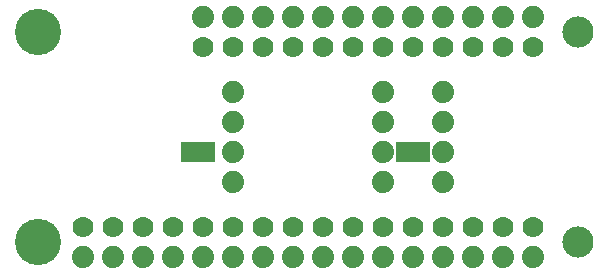
<source format=gbr>
G04 EAGLE Gerber RS-274X export*
G75*
%MOMM*%
%FSLAX34Y34*%
%LPD*%
%INSoldermask Bottom*%
%IPPOS*%
%AMOC8*
5,1,8,0,0,1.08239X$1,22.5*%
G01*
%ADD10R,2.921000X1.651000*%
%ADD11C,2.641600*%
%ADD12C,3.911600*%
%ADD13C,1.879600*%
%ADD14C,1.778000*%


D10*
X161290Y101600D03*
X342900Y101600D03*
D11*
X482600Y203200D03*
X482600Y25400D03*
D12*
X25400Y203200D03*
X25400Y25400D03*
D13*
X165100Y215900D03*
X190500Y215900D03*
X215900Y215900D03*
X241300Y215900D03*
X266700Y215900D03*
X292100Y215900D03*
X317500Y215900D03*
X342900Y215900D03*
X368300Y215900D03*
X393700Y215900D03*
X419100Y215900D03*
X444500Y215900D03*
X165100Y12700D03*
X190500Y12700D03*
X215900Y12700D03*
X241300Y12700D03*
X266700Y12700D03*
X292100Y12700D03*
X317500Y12700D03*
X342900Y12700D03*
X368300Y12700D03*
X393700Y12700D03*
X419100Y12700D03*
X444500Y12700D03*
X139700Y12700D03*
X114300Y12700D03*
X88900Y12700D03*
X63500Y12700D03*
D14*
X444500Y38100D03*
X419100Y38100D03*
X393700Y38100D03*
X368300Y38100D03*
X342900Y38100D03*
X317500Y38100D03*
X292100Y38100D03*
X266700Y38100D03*
X241300Y38100D03*
X215900Y38100D03*
X190500Y38100D03*
X165100Y38100D03*
X139700Y38100D03*
X114300Y38100D03*
X88900Y38100D03*
X63500Y38100D03*
X165100Y190500D03*
X190500Y190500D03*
X215900Y190500D03*
X241300Y190500D03*
X266700Y190500D03*
X292100Y190500D03*
X317500Y190500D03*
X342900Y190500D03*
X368300Y190500D03*
X393700Y190500D03*
X419100Y190500D03*
X444500Y190500D03*
D13*
X190500Y152400D03*
X190500Y127000D03*
X190500Y101600D03*
X190500Y76200D03*
X317500Y152400D03*
X317500Y127000D03*
X317500Y101600D03*
X317500Y76200D03*
X368300Y152400D03*
X368300Y127000D03*
X368300Y101600D03*
X368300Y76200D03*
M02*

</source>
